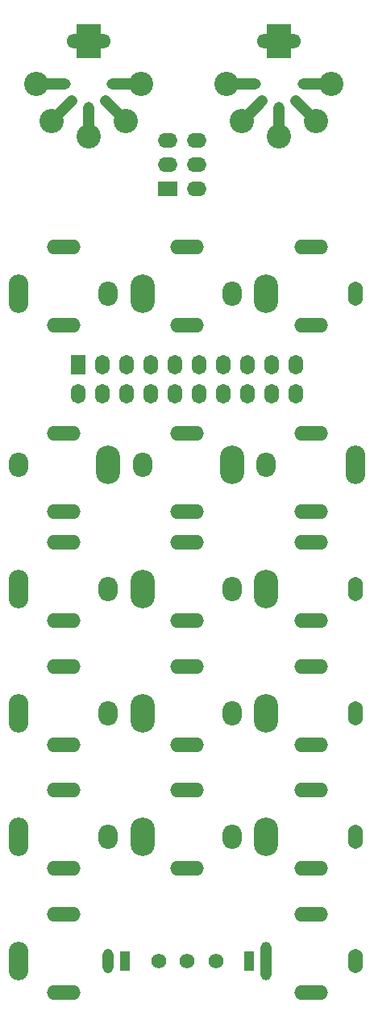
<source format=gts>
G04 #@! TF.FileFunction,Soldermask,Top*
%FSLAX46Y46*%
G04 Gerber Fmt 4.6, Leading zero omitted, Abs format (unit mm)*
G04 Created by KiCad (PCBNEW 4.0.2-stable) date 2018-10-02 9:53:14 PM*
%MOMM*%
G01*
G04 APERTURE LIST*
%ADD10C,0.200000*%
%ADD11C,1.574000*%
%ADD12R,1.050000X2.050000*%
%ADD13O,2.050000X4.050000*%
%ADD14O,1.150000X2.550000*%
%ADD15O,3.550000X1.550000*%
%ADD16O,1.150000X4.050000*%
%ADD17O,1.550000X2.550000*%
%ADD18O,1.550000X2.050000*%
%ADD19R,1.550000X2.050000*%
%ADD20O,2.550000X4.050000*%
%ADD21O,2.050000X2.550000*%
%ADD22R,2.050000X1.550000*%
%ADD23O,2.050000X1.550000*%
%ADD24C,2.550000*%
%ADD25R,2.550000X3.550000*%
%ADD26O,4.650000X1.500000*%
%ADD27O,4.350000X1.150000*%
%ADD28O,1.150000X4.350000*%
%ADD29C,1.150000*%
G04 APERTURE END LIST*
D10*
D11*
X127500000Y-155000000D03*
X130500000Y-155000000D03*
X133500000Y-155000000D03*
D12*
X124000000Y-155000000D03*
X137000000Y-155000000D03*
D13*
X112800000Y-155000000D03*
D14*
X122200000Y-155000000D03*
D15*
X117500000Y-150100000D03*
X117500000Y-158300000D03*
D16*
X138800000Y-155000000D03*
D17*
X148200000Y-155000000D03*
D15*
X143500000Y-150100000D03*
X143500000Y-158300000D03*
D18*
X141930000Y-95520000D03*
X141930000Y-92480000D03*
X139390000Y-92480000D03*
X139390000Y-95520000D03*
X136850000Y-95520000D03*
X136850000Y-92480000D03*
X134310000Y-92480000D03*
X134310000Y-95520000D03*
X131770000Y-95520000D03*
X131770000Y-92480000D03*
X129230000Y-92480000D03*
X129230000Y-95520000D03*
X126690000Y-95520000D03*
X126690000Y-92480000D03*
D19*
X119070000Y-92480000D03*
D18*
X119070000Y-95520000D03*
X121610000Y-92480000D03*
X121610000Y-95520000D03*
X124150000Y-92480000D03*
X124150000Y-95520000D03*
D20*
X122200000Y-103000000D03*
D21*
X112800000Y-103000000D03*
D15*
X117500000Y-107900000D03*
X117500000Y-99700000D03*
D20*
X135200000Y-103000000D03*
D21*
X125800000Y-103000000D03*
D15*
X130500000Y-107900000D03*
X130500000Y-99700000D03*
D13*
X148200000Y-103000000D03*
D21*
X138800000Y-103000000D03*
D15*
X143500000Y-107900000D03*
X143500000Y-99700000D03*
D13*
X112800000Y-116000000D03*
D21*
X122200000Y-116000000D03*
D15*
X117500000Y-111100000D03*
X117500000Y-119300000D03*
D20*
X125800000Y-116000000D03*
D21*
X135200000Y-116000000D03*
D15*
X130500000Y-111100000D03*
X130500000Y-119300000D03*
D20*
X138800000Y-116000000D03*
D17*
X148200000Y-116000000D03*
D15*
X143500000Y-111100000D03*
X143500000Y-119300000D03*
D13*
X112800000Y-129000000D03*
D21*
X122200000Y-129000000D03*
D15*
X117500000Y-124100000D03*
X117500000Y-132300000D03*
D20*
X125800000Y-129000000D03*
D21*
X135200000Y-129000000D03*
D15*
X130500000Y-124100000D03*
X130500000Y-132300000D03*
D20*
X138800000Y-129000000D03*
D17*
X148200000Y-129000000D03*
D15*
X143500000Y-124100000D03*
X143500000Y-132300000D03*
D13*
X112800000Y-142000000D03*
D21*
X122200000Y-142000000D03*
D15*
X117500000Y-137100000D03*
X117500000Y-145300000D03*
D20*
X125800000Y-142000000D03*
D21*
X135200000Y-142000000D03*
D15*
X130500000Y-137100000D03*
X130500000Y-145300000D03*
D20*
X138800000Y-142000000D03*
D17*
X148200000Y-142000000D03*
D15*
X143500000Y-137100000D03*
X143500000Y-145300000D03*
D13*
X112800000Y-85000000D03*
D21*
X122200000Y-85000000D03*
D15*
X117500000Y-80100000D03*
X117500000Y-88300000D03*
D20*
X125800000Y-85000000D03*
D21*
X135200000Y-85000000D03*
D15*
X130500000Y-80100000D03*
X130500000Y-88300000D03*
D20*
X138800000Y-85000000D03*
D17*
X148200000Y-85000000D03*
D15*
X143500000Y-80100000D03*
X143500000Y-88300000D03*
D22*
X128480000Y-74040000D03*
D23*
X131520000Y-74040000D03*
X128480000Y-71500000D03*
X131520000Y-71500000D03*
X128480000Y-68960000D03*
X131520000Y-68960000D03*
D24*
X114650000Y-63000000D03*
X125650000Y-63000000D03*
X120150000Y-68500000D03*
D25*
X120150000Y-58500000D03*
D24*
X116260000Y-66890000D03*
X124040000Y-66890000D03*
D26*
X120150000Y-58500000D03*
D27*
X116050000Y-63000000D03*
X124250000Y-63000000D03*
D28*
X120150000Y-67100000D03*
D29*
X116118629Y-67031371D02*
X118381371Y-64768629D01*
X121918629Y-64768629D02*
X124181371Y-67031371D01*
D24*
X134650000Y-63000000D03*
X145650000Y-63000000D03*
X140150000Y-68500000D03*
D25*
X140150000Y-58500000D03*
D24*
X136260000Y-66890000D03*
X144040000Y-66890000D03*
D26*
X140150000Y-58500000D03*
D27*
X136050000Y-63000000D03*
X144250000Y-63000000D03*
D28*
X140150000Y-67100000D03*
D29*
X136118629Y-67031371D02*
X138381371Y-64768629D01*
X141918629Y-64768629D02*
X144181371Y-67031371D01*
M02*

</source>
